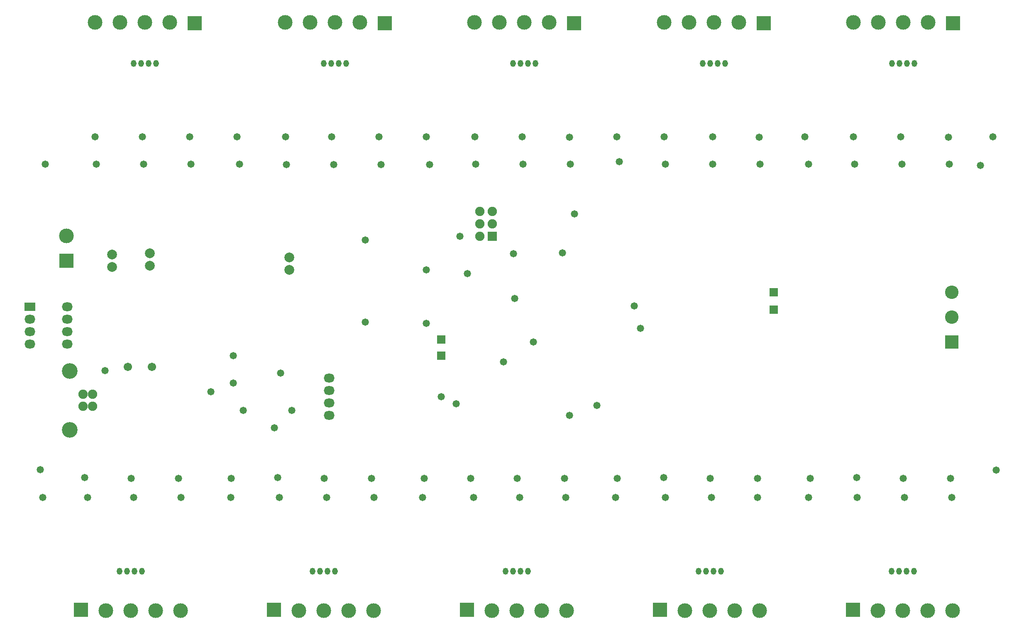
<source format=gbs>
G04*
G04 #@! TF.GenerationSoftware,Altium Limited,Altium Designer,21.4.1 (30)*
G04*
G04 Layer_Color=16711935*
%FSLAX44Y44*%
%MOMM*%
G71*
G04*
G04 #@! TF.SameCoordinates,06C005F6-D9AB-4DD0-9814-7D4EB34A58F7*
G04*
G04*
G04 #@! TF.FilePolarity,Negative*
G04*
G01*
G75*
%ADD65C,3.2032*%
%ADD66C,1.9032*%
%ADD67O,2.2032X1.8032*%
%ADD68R,2.2032X1.8032*%
%ADD69R,1.9032X1.9032*%
%ADD70C,2.0032*%
%ADD72C,1.7032*%
%ADD73R,3.0032X3.0032*%
%ADD74C,3.0032*%
%ADD75C,2.7432*%
%ADD76R,2.7432X2.7432*%
%ADD77R,3.0032X3.0032*%
%ADD78R,1.7032X1.7032*%
%ADD79C,1.4732*%
%ADD96O,1.1430X1.3970*%
D65*
X97790Y589030D02*
D03*
Y468630D02*
D03*
D66*
X124890Y516330D02*
D03*
X144790Y541330D02*
D03*
X124890D02*
D03*
X144790Y516330D02*
D03*
X934720Y863600D02*
D03*
Y889000D02*
D03*
Y914400D02*
D03*
X960120Y889000D02*
D03*
Y914400D02*
D03*
D67*
X627380Y497840D02*
D03*
Y574040D02*
D03*
Y548640D02*
D03*
Y523240D02*
D03*
X92710Y643890D02*
D03*
X16510D02*
D03*
Y669290D02*
D03*
X92710D02*
D03*
Y694690D02*
D03*
X16510D02*
D03*
X92710Y720090D02*
D03*
D68*
X16510D02*
D03*
D69*
X960120Y863600D02*
D03*
D70*
X261620Y804110D02*
D03*
Y829110D02*
D03*
X184150Y801570D02*
D03*
Y826570D02*
D03*
X546100Y795220D02*
D03*
Y820220D02*
D03*
D72*
X216900Y596900D02*
D03*
X265700D02*
D03*
D73*
X120650Y100635D02*
D03*
X514350D02*
D03*
X908050D02*
D03*
X1301750D02*
D03*
X1695450D02*
D03*
X1899920Y1299365D02*
D03*
X1513840D02*
D03*
X1126490D02*
D03*
X740410Y1299133D02*
D03*
X353060Y1299365D02*
D03*
D74*
X171450Y99365D02*
D03*
X222250D02*
D03*
X273050D02*
D03*
X323850D02*
D03*
X565150D02*
D03*
X615950D02*
D03*
X666750D02*
D03*
X717550D02*
D03*
X958850D02*
D03*
X1009650D02*
D03*
X1060450D02*
D03*
X1111250D02*
D03*
X1352550D02*
D03*
X1403350D02*
D03*
X1454150D02*
D03*
X1504950D02*
D03*
X1746250D02*
D03*
X1797050D02*
D03*
X1847850D02*
D03*
X1898650D02*
D03*
X1849120Y1300635D02*
D03*
X1798320D02*
D03*
X1747520D02*
D03*
X1696720D02*
D03*
X1463040D02*
D03*
X1412240D02*
D03*
X1361440D02*
D03*
X1310640D02*
D03*
X1075690D02*
D03*
X1024890D02*
D03*
X974090D02*
D03*
X923290D02*
D03*
X689610Y1300403D02*
D03*
X638810D02*
D03*
X588010D02*
D03*
X537210D02*
D03*
X302260Y1300635D02*
D03*
X251460D02*
D03*
X200660D02*
D03*
X149860D02*
D03*
X91440Y864870D02*
D03*
D75*
X1897380Y749300D02*
D03*
Y698500D02*
D03*
D76*
Y647700D02*
D03*
D77*
X91440Y814070D02*
D03*
D78*
X855980Y619760D02*
D03*
X1534160Y749300D02*
D03*
X855980Y652780D02*
D03*
X1534160Y713740D02*
D03*
D79*
X1005840Y736600D02*
D03*
X982980Y607060D02*
D03*
X909320Y787400D02*
D03*
X1249680Y721360D02*
D03*
X1262380Y675640D02*
D03*
X551180Y508000D02*
D03*
X1127760Y909320D02*
D03*
X515620Y472440D02*
D03*
X452120Y508000D02*
D03*
X1103196Y829744D02*
D03*
X431800Y619760D02*
D03*
Y563880D02*
D03*
X386080Y546100D02*
D03*
X528320Y584200D02*
D03*
X170180Y589280D02*
D03*
X1003300Y828040D02*
D03*
X1043940Y647700D02*
D03*
X1173480Y518160D02*
D03*
X1117600Y497840D02*
D03*
X886460Y521890D02*
D03*
X855980Y535940D02*
D03*
X825500Y685800D02*
D03*
X701040Y855980D02*
D03*
Y688340D02*
D03*
X1604763Y1011437D02*
D03*
X825500Y795020D02*
D03*
X894080Y863600D02*
D03*
X1955800Y1008380D02*
D03*
X149860Y1066800D02*
D03*
X246380D02*
D03*
X342900D02*
D03*
X439420D02*
D03*
X538480D02*
D03*
X632460D02*
D03*
X728980D02*
D03*
X825500D02*
D03*
X924560D02*
D03*
X1021080D02*
D03*
X1116990Y1066560D02*
D03*
X1214120Y1066800D02*
D03*
X1310640D02*
D03*
X1409090Y1067307D02*
D03*
X1597660Y1066800D02*
D03*
X1504340Y1066560D02*
D03*
X1696720Y1066800D02*
D03*
X1793240D02*
D03*
X1890420Y1066560D02*
D03*
X1981200Y1066800D02*
D03*
X831850Y1010688D02*
D03*
X37940Y387194D02*
D03*
X43180Y330200D02*
D03*
X134620D02*
D03*
X228600D02*
D03*
X325120D02*
D03*
X426720D02*
D03*
X525780D02*
D03*
X622300D02*
D03*
X718820D02*
D03*
X817880D02*
D03*
X922020D02*
D03*
X1016000D02*
D03*
X1109980D02*
D03*
X1211580D02*
D03*
X1313180D02*
D03*
X1407160D02*
D03*
X1501140D02*
D03*
X1605280D02*
D03*
X1704340D02*
D03*
X1800860D02*
D03*
X1897380D02*
D03*
X821380Y369570D02*
D03*
X443983Y1011437D02*
D03*
X925830Y1010920D02*
D03*
X1218690Y1016510D02*
D03*
X915670Y369610D02*
D03*
X48260Y1010920D02*
D03*
X1892300D02*
D03*
X1795780D02*
D03*
X1699260D02*
D03*
X345440D02*
D03*
X152400D02*
D03*
X248920D02*
D03*
X1118870D02*
D03*
X1022350D02*
D03*
X732790Y1010688D02*
D03*
X539750D02*
D03*
X636270D02*
D03*
X1506220Y1010920D02*
D03*
X1409700D02*
D03*
X1313180D02*
D03*
X1987550Y386080D02*
D03*
X128270Y370840D02*
D03*
X223520Y369570D02*
D03*
X320040D02*
D03*
X713740D02*
D03*
X521970Y370840D02*
D03*
X617220Y369570D02*
D03*
X427680Y369570D02*
D03*
X1010920Y369570D02*
D03*
X1107440D02*
D03*
X1501140D02*
D03*
X1215080Y369570D02*
D03*
X1404620Y369570D02*
D03*
X1309370Y370840D02*
D03*
X1798320Y369570D02*
D03*
X1894840D02*
D03*
X1608780Y369570D02*
D03*
X1703070Y370840D02*
D03*
D96*
X245110Y180000D02*
D03*
X214630D02*
D03*
X229870D02*
D03*
X199390D02*
D03*
X638810D02*
D03*
X608330D02*
D03*
X623570D02*
D03*
X593090D02*
D03*
X1032510D02*
D03*
X1002030D02*
D03*
X1017270D02*
D03*
X986790D02*
D03*
X1426210D02*
D03*
X1395730D02*
D03*
X1410970D02*
D03*
X1380490D02*
D03*
X1819910D02*
D03*
X1789430D02*
D03*
X1804670D02*
D03*
X1774190D02*
D03*
X1775460Y1217250D02*
D03*
X1805940D02*
D03*
X1790700D02*
D03*
X1821180D02*
D03*
X1389380D02*
D03*
X1419860D02*
D03*
X1404620D02*
D03*
X1435100D02*
D03*
X1002030D02*
D03*
X1032510D02*
D03*
X1017270D02*
D03*
X1047750D02*
D03*
X615950Y1217018D02*
D03*
X646430D02*
D03*
X631190D02*
D03*
X661670D02*
D03*
X228600Y1217250D02*
D03*
X259080D02*
D03*
X243840D02*
D03*
X274320D02*
D03*
M02*

</source>
